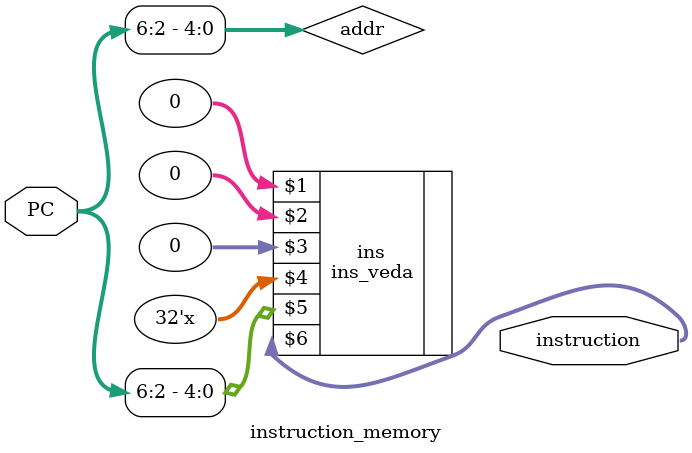
<source format=v>

`include "initial_instructions.v"

module instruction_memory(PC,instruction);
input [6:0] PC;
wire [4:0]addr;

// input rst;



output [31:0] instruction;
// input write_en;
// input mode;
assign addr=PC>>2;
// input [31:0] data_in;
ins_veda ins(0,0,0,32'bx,addr,instruction);
endmodule

// module tb();

// reg [6:0] PC;
// // reg write_en;
// // reg mode;
// // reg [31:0] data_in;
// // reg rst;
// wire [31:0] instruction;

// instruction_memory ins(PC,1'b0,1'b0,1'b0,32'bx,instruction);

// // initial begin
// //     $dumpfile("a.vcd");
// //     $dumpvars(0,tb);
// // end

// initial begin
//     // rst=1'b1;
//     #2
//     // rst=1'b0;
//     // mode=1'b0;
//     // write_en=1'b0;
//     PC=7'd0;
//     #10
//     PC=PC+4;
//     #10
//     PC=PC+4;
//     #10
//     PC=PC+4;
//     #10
//     PC=PC+4; 
// end

// initial #400 $finish;
// endmodule
</source>
